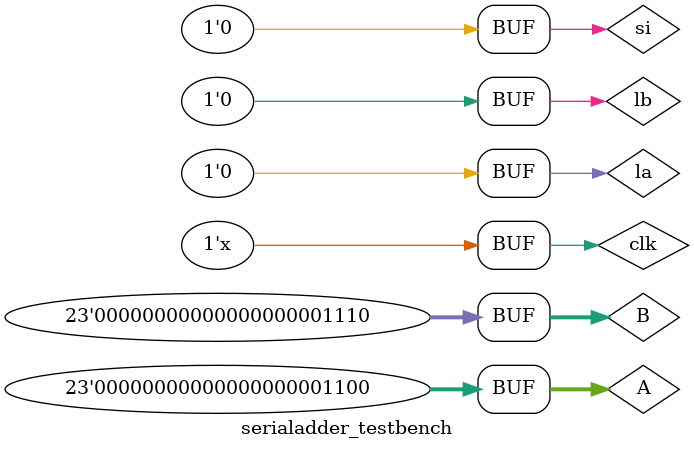
<source format=v>

module serialadder(clk,si,la,lb,A,B,out);


input clk,la,lb,si;	//defining input values
input [22:0] A,B;	
output reg[22:0] out;	//output in the form of a 23 bit register
reg[22:0] A1=0,B1=0;		//registers for keeoing values of input A and B


reg siA=0,sftctrl=0;reg[4:0] count=0;	//sftctrl for controlling the shift
//siA is serial input for A and is sum output of adder
reg c_in,s,c_out;	//c_in is carry in and cout is carry out
reg Q=0,D=0;	



always@(posedge clk)
begin
if(la||lb)	//IF the load signal is on for either A or B
begin
sftctrl=0;count=0;	//sftctrl made low deactivating the shift register and count made 0
A1=A;B1=B;		
c_in=0;s=0;c_out=0;	//Initialized the values of c_in,s and c_out
end
else if(count==23)
begin
out=A1;		//send the output
sftctrl=0;	//deactivating the shift register
end
else 
begin
sftctrl=1'b1;		//enables the shift operation
{c_out,s}=A1[0]+B1[0]+c_in;	
siA=s;		//taking in serial input
A1=A1>>1;	//right shift
B1=B1>>1;	
//loading the values of serial inputs
A1[22]=siA;
B1[22]=si;


D=sftctrl?c_out:Q;	//mux
Q=D;			//flip_flop
c_in=Q;		//c_in is the output of the flip_flop
count=count+1;		//Increment in count
end
end

endmodule



//testbench code
module serialadder_testbench();
reg clk,si,la,lb;
reg[22:0] A,B;
wire [22:0] out;

serialadder sa(clk,si,la,lb,A,B,out);
initial
clk=1'b0;

always
#10 clk=~clk;

initial
begin
la=1;lb=1;
A=1;B=12;
si=0;
#20 la=0;lb=0;
#550 la=1;lb=1;
A=12;B=14;
#20 la=0;lb=0; 
end
endmodule

</source>
